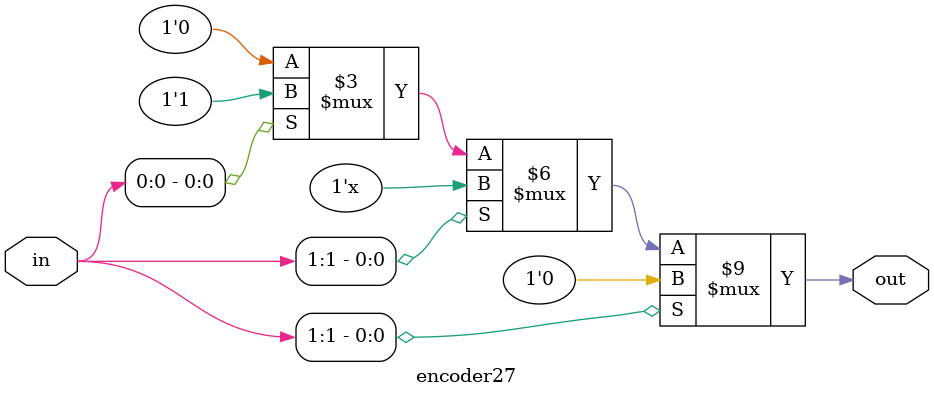
<source format=v>
module encoder27 (input [1:0] in, output reg out);

    always @(*) begin
        if (in[1]) begin
            out = 2'b10;
        end else if (in[0]) begin
            out = 2'b01;
        end else begin
            out = 2'b00;
        end
    end
    

endmodule

</source>
